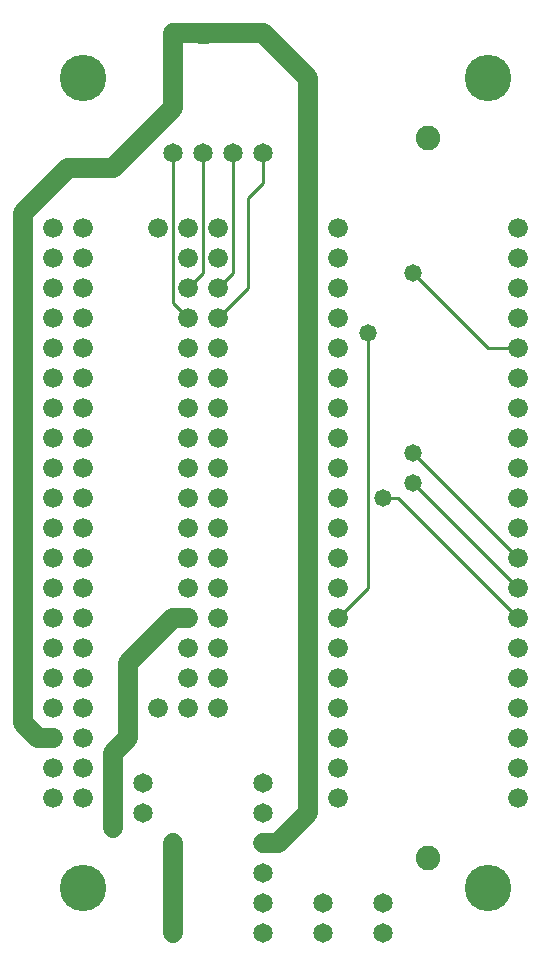
<source format=gtl>
%MOIN*%
%FSLAX25Y25*%
G04 D10 used for Character Trace; *
G04     Circle (OD=.01000) (No hole)*
G04 D11 used for Power Trace; *
G04     Circle (OD=.06700) (No hole)*
G04 D12 used for Signal Trace; *
G04     Circle (OD=.01100) (No hole)*
G04 D13 used for Via; *
G04     Circle (OD=.05800) (Round. Hole ID=.02800)*
G04 D14 used for Component hole; *
G04     Circle (OD=.06500) (Round. Hole ID=.03500)*
G04 D15 used for Component hole; *
G04     Circle (OD=.06600) (Round. Hole ID=.04200)*
G04 D16 used for Component hole; *
G04     Circle (OD=.08200) (Round. Hole ID=.05200)*
G04 D17 used for Component hole; *
G04     Circle (OD=.08950) (Round. Hole ID=.05950)*
G04 D18 used for Component hole; *
G04     Circle (OD=.11600) (Round. Hole ID=.08600)*
G04 D19 used for Component hole; *
G04     Circle (OD=.15500) (Round. Hole ID=.12500)*
G04 D20 used for Component hole; *
G04     Circle (OD=.18200) (Round. Hole ID=.15200)*
G04 D21 used for Component hole; *
G04     Circle (OD=.24300) (Round. Hole ID=.21300)*
%ADD10C,.01000*%
%ADD11C,.06700*%
%ADD12C,.01100*%
%ADD13C,.05800*%
%ADD14C,.06500*%
%ADD15C,.06600*%
%ADD16C,.08200*%
%ADD17C,.08950*%
%ADD18C,.11600*%
%ADD19C,.15500*%
%ADD20C,.18200*%
%ADD21C,.24300*%
%IPPOS*%
%LPD*%
G90*X0Y0D02*D19*X25000Y25000D03*D13*              
X35000Y45000D03*D11*Y70000D01*X40000Y75000D01*    
Y100000D01*X55000Y115000D01*X60000D01*D15*D03*    
X70000Y105000D03*Y125000D03*Y115000D03*           
X60000Y125000D03*Y105000D03*X70000Y135000D03*     
X60000D03*Y95000D03*X70000D03*Y145000D03*         
X50000Y85000D03*X60000Y145000D03*Y85000D03*       
X70000D03*X25000Y145000D03*Y135000D03*Y125000D03* 
Y115000D03*Y105000D03*Y95000D03*Y85000D03*        
Y75000D03*X70000Y155000D03*X60000D03*X25000D03*   
X15000D03*Y145000D03*Y135000D03*Y125000D03*       
Y115000D03*Y105000D03*Y95000D03*Y85000D03*        
Y75000D03*D11*X10000D01*X5000Y80000D01*Y250000D01*
X20000Y265000D01*X35000D01*X55000Y285000D01*      
Y310000D01*D14*D03*D11*X65000D01*D10*             
X63326Y311914D02*X64163Y312871D01*X65837D01*      
X66674Y311914D01*Y310957D01*X65837Y310000D01*     
X64163D01*X63326Y309043D01*Y307129D01*X66674D01*  
D14*X65000Y310000D03*D11*X75000D01*D14*D03*D11*   
X85000D01*D14*D03*D11*X100000Y295000D01*Y50000D01*
X90000Y40000D01*X85000D01*D14*D03*Y50000D03*      
Y30000D03*X105000Y20000D03*X85000Y60000D03*       
Y20000D03*D15*X110000Y65000D03*Y55000D03*D14*     
X55000Y10000D03*D11*Y20000D01*D14*D03*D11*        
Y30000D01*D14*D03*D11*Y40000D01*D14*D03*          
X45000Y50000D03*Y60000D03*X85000Y10000D03*D15*    
X25000Y65000D03*Y55000D03*X15000Y65000D03*        
Y55000D03*D14*X105000Y10000D03*D15*               
X110000Y95000D03*Y75000D03*Y85000D03*Y105000D03*  
D14*X125000Y10000D03*Y20000D03*D15*               
X110000Y115000D03*D12*X120000Y125000D01*          
Y210000D01*D13*D03*D15*X110000Y215000D03*         
Y205000D03*Y195000D03*Y225000D03*D13*             
X135000Y230000D03*D12*X160000Y205000D01*          
X170000D01*D15*D03*Y215000D03*Y195000D03*         
Y225000D03*Y185000D03*Y235000D03*Y175000D03*D13*  
X135000Y170000D03*D12*X170000Y135000D01*D15*D03*  
Y145000D03*Y125000D03*D12*X135000Y160000D01*D13*  
D03*D12*X170000Y115000D02*X130000Y155000D01*D15*  
X170000Y115000D03*Y105000D03*Y95000D03*Y85000D03* 
D12*X125000Y155000D02*X130000D01*D13*X125000D03*  
D15*X110000Y165000D03*Y155000D03*Y145000D03*      
Y135000D03*Y175000D03*Y125000D03*Y185000D03*      
X170000Y155000D03*Y165000D03*X70000Y205000D03*    
Y195000D03*Y185000D03*Y175000D03*Y165000D03*      
Y215000D03*D12*X80000Y225000D01*Y255000D01*       
X85000Y260000D01*Y270000D01*D14*D03*X75000D03*D12*
Y230000D01*X70000Y225000D01*D15*D03*D12*X60000D02*
X65000Y230000D01*D15*X60000Y225000D03*D12*        
X65000Y230000D02*Y270000D01*D14*D03*X55000D03*D12*
Y220000D01*X60000Y215000D01*D15*D03*Y205000D03*   
X70000Y235000D03*X60000D03*Y195000D03*            
X70000Y245000D03*X60000D03*Y185000D03*            
X50000Y245000D03*X25000D03*Y235000D03*Y225000D03* 
Y215000D03*Y205000D03*Y195000D03*Y185000D03*      
Y175000D03*X60000D03*X15000Y245000D03*Y235000D03* 
Y225000D03*Y215000D03*Y205000D03*Y195000D03*      
Y185000D03*Y175000D03*Y165000D03*X25000D03*       
X60000D03*X110000Y235000D03*Y245000D03*D19*       
X25000Y295000D03*D16*X140000Y275000D03*D10*       
X63326Y311914D02*X64163Y312871D01*X65837D01*      
X66674Y311914D01*Y310957D01*X65837Y310000D01*     
X64163D01*X63326Y309043D01*Y307129D01*X66674D01*  
D19*X160000Y295000D03*D15*X170000Y245000D03*      
Y75000D03*Y65000D03*Y55000D03*D16*                
X140000Y35000D03*D19*X160000Y25000D03*M02*        

</source>
